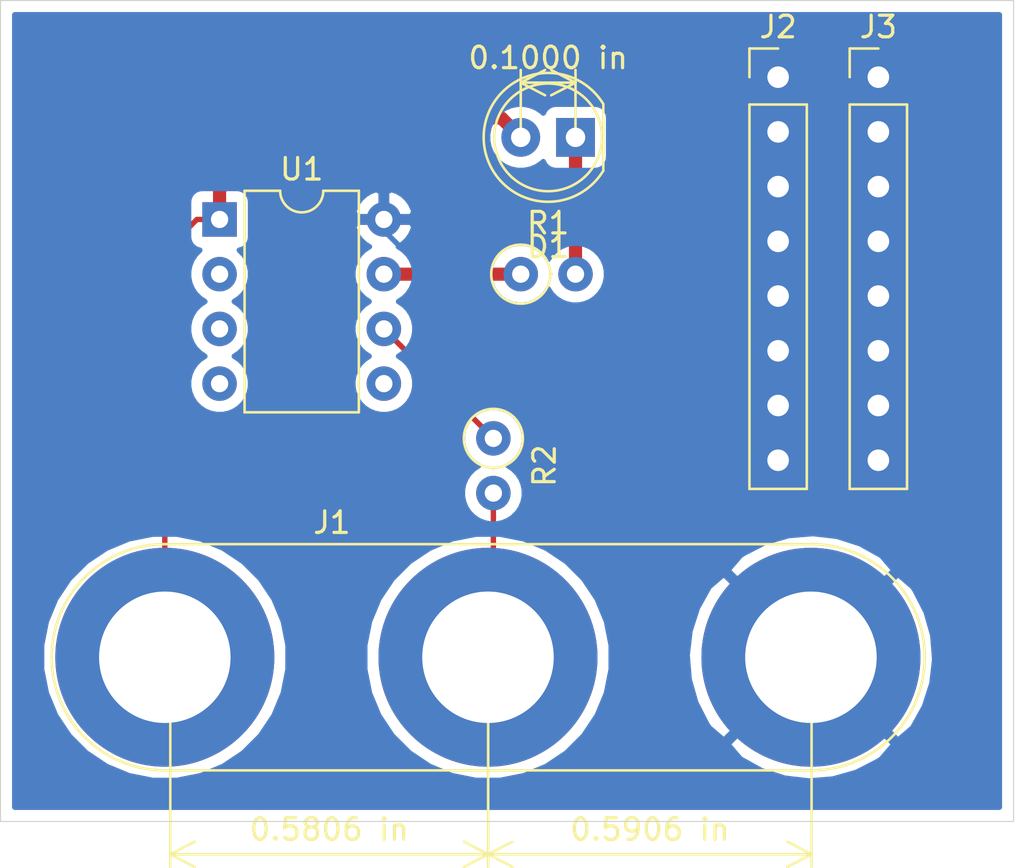
<source format=kicad_pcb>
(kicad_pcb (version 20171130) (host pcbnew "(5.1.5)-3")

  (general
    (thickness 1.6)
    (drawings 8)
    (tracks 31)
    (zones 0)
    (modules 7)
    (nets 19)
  )

  (page A4)
  (title_block
    (title test)
  )

  (layers
    (0 F.Cu signal)
    (31 B.Cu signal)
    (32 B.Adhes user)
    (33 F.Adhes user)
    (34 B.Paste user)
    (35 F.Paste user)
    (36 B.SilkS user)
    (37 F.SilkS user)
    (38 B.Mask user)
    (39 F.Mask user)
    (40 Dwgs.User user)
    (41 Cmts.User user)
    (42 Eco1.User user)
    (43 Eco2.User user)
    (44 Edge.Cuts user)
    (45 Margin user)
    (46 B.CrtYd user)
    (47 F.CrtYd user)
    (48 B.Fab user)
    (49 F.Fab user)
  )

  (setup
    (last_trace_width 0.25)
    (user_trace_width 0.2)
    (user_trace_width 0.3556)
    (trace_clearance 0.2)
    (zone_clearance 0.508)
    (zone_45_only yes)
    (trace_min 0.2)
    (via_size 0.8)
    (via_drill 0.4)
    (via_min_size 0.4)
    (via_min_drill 0.3)
    (uvia_size 0.3)
    (uvia_drill 0.1)
    (uvias_allowed no)
    (uvia_min_size 0.2)
    (uvia_min_drill 0.1)
    (edge_width 0.05)
    (segment_width 0.2)
    (pcb_text_width 0.3)
    (pcb_text_size 1.5 1.5)
    (mod_edge_width 0.12)
    (mod_text_size 1 1)
    (mod_text_width 0.15)
    (pad_size 1.524 1.524)
    (pad_drill 0.762)
    (pad_to_mask_clearance 0.051)
    (solder_mask_min_width 0.25)
    (aux_axis_origin 0 0)
    (visible_elements 7FFFFFFF)
    (pcbplotparams
      (layerselection 0x010fc_ffffffff)
      (usegerberextensions false)
      (usegerberattributes false)
      (usegerberadvancedattributes false)
      (creategerberjobfile false)
      (excludeedgelayer true)
      (linewidth 0.100000)
      (plotframeref false)
      (viasonmask false)
      (mode 1)
      (useauxorigin false)
      (hpglpennumber 1)
      (hpglpenspeed 20)
      (hpglpendiameter 15.000000)
      (psnegative false)
      (psa4output false)
      (plotreference true)
      (plotvalue true)
      (plotinvisibletext false)
      (padsonsilk false)
      (subtractmaskfromsilk false)
      (outputformat 1)
      (mirror false)
      (drillshape 0)
      (scaleselection 1)
      (outputdirectory "./"))
  )

  (net 0 "")
  (net 1 "Net-(D1-Pad1)")
  (net 2 VCC)
  (net 3 GND)
  (net 4 "Net-(J1-Pad2)")
  (net 5 "Net-(R1-Pad1)")
  (net 6 /input)
  (net 7 "Net-(U1-Pad5)")
  (net 8 "Net-(U1-Pad2)")
  (net 9 "Net-(U1-Pad3)")
  (net 10 "Net-(U1-Pad4)")
  (net 11 /a8)
  (net 12 /a7)
  (net 13 /a6)
  (net 14 /a5)
  (net 15 /a4)
  (net 16 /a3)
  (net 17 /a2)
  (net 18 /a1)

  (net_class Default 这是默认网络类。
    (clearance 0.2)
    (trace_width 0.25)
    (via_dia 0.8)
    (via_drill 0.4)
    (uvia_dia 0.3)
    (uvia_drill 0.1)
    (add_net /a1)
    (add_net /a2)
    (add_net /a3)
    (add_net /a4)
    (add_net /a5)
    (add_net /a6)
    (add_net /a7)
    (add_net /a8)
    (add_net GND)
  )

  (net_class Power ""
    (clearance 0.2)
    (trace_width 0.6096)
    (via_dia 0.8)
    (via_drill 0.4)
    (uvia_dia 0.3)
    (uvia_drill 0.1)
    (add_net /input)
    (add_net "Net-(D1-Pad1)")
    (add_net "Net-(J1-Pad2)")
    (add_net "Net-(R1-Pad1)")
    (add_net "Net-(U1-Pad2)")
    (add_net "Net-(U1-Pad3)")
    (add_net "Net-(U1-Pad4)")
    (add_net "Net-(U1-Pad5)")
    (add_net VCC)
  )

  (module Connector_PinHeader_2.54mm:PinHeader_1x08_P2.54mm_Vertical (layer F.Cu) (tedit 59FED5CC) (tstamp 5E01BC4C)
    (at 64.848 46.736)
    (descr "Through hole straight pin header, 1x08, 2.54mm pitch, single row")
    (tags "Through hole pin header THT 1x08 2.54mm single row")
    (path /5E02EA9A)
    (fp_text reference J3 (at 0 -2.33) (layer F.SilkS)
      (effects (font (size 1 1) (thickness 0.15)))
    )
    (fp_text value Conn_01x08_Male (at 0 20.11) (layer F.Fab)
      (effects (font (size 1 1) (thickness 0.15)))
    )
    (fp_text user %R (at 0 8.89 90) (layer F.Fab)
      (effects (font (size 1 1) (thickness 0.15)))
    )
    (fp_line (start 1.8 -1.8) (end -1.8 -1.8) (layer F.CrtYd) (width 0.05))
    (fp_line (start 1.8 19.55) (end 1.8 -1.8) (layer F.CrtYd) (width 0.05))
    (fp_line (start -1.8 19.55) (end 1.8 19.55) (layer F.CrtYd) (width 0.05))
    (fp_line (start -1.8 -1.8) (end -1.8 19.55) (layer F.CrtYd) (width 0.05))
    (fp_line (start -1.33 -1.33) (end 0 -1.33) (layer F.SilkS) (width 0.12))
    (fp_line (start -1.33 0) (end -1.33 -1.33) (layer F.SilkS) (width 0.12))
    (fp_line (start -1.33 1.27) (end 1.33 1.27) (layer F.SilkS) (width 0.12))
    (fp_line (start 1.33 1.27) (end 1.33 19.11) (layer F.SilkS) (width 0.12))
    (fp_line (start -1.33 1.27) (end -1.33 19.11) (layer F.SilkS) (width 0.12))
    (fp_line (start -1.33 19.11) (end 1.33 19.11) (layer F.SilkS) (width 0.12))
    (fp_line (start -1.27 -0.635) (end -0.635 -1.27) (layer F.Fab) (width 0.1))
    (fp_line (start -1.27 19.05) (end -1.27 -0.635) (layer F.Fab) (width 0.1))
    (fp_line (start 1.27 19.05) (end -1.27 19.05) (layer F.Fab) (width 0.1))
    (fp_line (start 1.27 -1.27) (end 1.27 19.05) (layer F.Fab) (width 0.1))
    (fp_line (start -0.635 -1.27) (end 1.27 -1.27) (layer F.Fab) (width 0.1))
    (pad 8 thru_hole oval (at 0 17.78) (size 1.7 1.7) (drill 1) (layers *.Cu *.Mask)
      (net 11 /a8))
    (pad 7 thru_hole oval (at 0 15.24) (size 1.7 1.7) (drill 1) (layers *.Cu *.Mask)
      (net 12 /a7))
    (pad 6 thru_hole oval (at 0 12.7) (size 1.7 1.7) (drill 1) (layers *.Cu *.Mask)
      (net 13 /a6))
    (pad 5 thru_hole oval (at 0 10.16) (size 1.7 1.7) (drill 1) (layers *.Cu *.Mask)
      (net 14 /a5))
    (pad 4 thru_hole oval (at 0 7.62) (size 1.7 1.7) (drill 1) (layers *.Cu *.Mask)
      (net 15 /a4))
    (pad 3 thru_hole oval (at 0 5.08) (size 1.7 1.7) (drill 1) (layers *.Cu *.Mask)
      (net 16 /a3))
    (pad 2 thru_hole oval (at 0 2.54) (size 1.7 1.7) (drill 1) (layers *.Cu *.Mask)
      (net 17 /a2))
    (pad 1 thru_hole rect (at 0 0) (size 1.7 1.7) (drill 1) (layers *.Cu *.Mask)
      (net 18 /a1))
    (model ${KISYS3DMOD}/Connector_PinHeader_2.54mm.3dshapes/PinHeader_1x08_P2.54mm_Vertical.wrl
      (at (xyz 0 0 0))
      (scale (xyz 1 1 1))
      (rotate (xyz 0 0 0))
    )
  )

  (module Connector_PinHeader_2.54mm:PinHeader_1x08_P2.54mm_Vertical (layer F.Cu) (tedit 59FED5CC) (tstamp 5E01BC30)
    (at 60.198 46.736)
    (descr "Through hole straight pin header, 1x08, 2.54mm pitch, single row")
    (tags "Through hole pin header THT 1x08 2.54mm single row")
    (path /5E0124DC)
    (fp_text reference J2 (at 0 -2.33) (layer F.SilkS)
      (effects (font (size 1 1) (thickness 0.15)))
    )
    (fp_text value Conn_01x08_Male (at 0 20.11) (layer F.Fab)
      (effects (font (size 1 1) (thickness 0.15)))
    )
    (fp_text user %R (at 0 8.89 90) (layer F.Fab)
      (effects (font (size 1 1) (thickness 0.15)))
    )
    (fp_line (start 1.8 -1.8) (end -1.8 -1.8) (layer F.CrtYd) (width 0.05))
    (fp_line (start 1.8 19.55) (end 1.8 -1.8) (layer F.CrtYd) (width 0.05))
    (fp_line (start -1.8 19.55) (end 1.8 19.55) (layer F.CrtYd) (width 0.05))
    (fp_line (start -1.8 -1.8) (end -1.8 19.55) (layer F.CrtYd) (width 0.05))
    (fp_line (start -1.33 -1.33) (end 0 -1.33) (layer F.SilkS) (width 0.12))
    (fp_line (start -1.33 0) (end -1.33 -1.33) (layer F.SilkS) (width 0.12))
    (fp_line (start -1.33 1.27) (end 1.33 1.27) (layer F.SilkS) (width 0.12))
    (fp_line (start 1.33 1.27) (end 1.33 19.11) (layer F.SilkS) (width 0.12))
    (fp_line (start -1.33 1.27) (end -1.33 19.11) (layer F.SilkS) (width 0.12))
    (fp_line (start -1.33 19.11) (end 1.33 19.11) (layer F.SilkS) (width 0.12))
    (fp_line (start -1.27 -0.635) (end -0.635 -1.27) (layer F.Fab) (width 0.1))
    (fp_line (start -1.27 19.05) (end -1.27 -0.635) (layer F.Fab) (width 0.1))
    (fp_line (start 1.27 19.05) (end -1.27 19.05) (layer F.Fab) (width 0.1))
    (fp_line (start 1.27 -1.27) (end 1.27 19.05) (layer F.Fab) (width 0.1))
    (fp_line (start -0.635 -1.27) (end 1.27 -1.27) (layer F.Fab) (width 0.1))
    (pad 8 thru_hole oval (at 0 17.78) (size 1.7 1.7) (drill 1) (layers *.Cu *.Mask)
      (net 11 /a8))
    (pad 7 thru_hole oval (at 0 15.24) (size 1.7 1.7) (drill 1) (layers *.Cu *.Mask)
      (net 12 /a7))
    (pad 6 thru_hole oval (at 0 12.7) (size 1.7 1.7) (drill 1) (layers *.Cu *.Mask)
      (net 13 /a6))
    (pad 5 thru_hole oval (at 0 10.16) (size 1.7 1.7) (drill 1) (layers *.Cu *.Mask)
      (net 14 /a5))
    (pad 4 thru_hole oval (at 0 7.62) (size 1.7 1.7) (drill 1) (layers *.Cu *.Mask)
      (net 15 /a4))
    (pad 3 thru_hole oval (at 0 5.08) (size 1.7 1.7) (drill 1) (layers *.Cu *.Mask)
      (net 16 /a3))
    (pad 2 thru_hole oval (at 0 2.54) (size 1.7 1.7) (drill 1) (layers *.Cu *.Mask)
      (net 17 /a2))
    (pad 1 thru_hole rect (at 0 0) (size 1.7 1.7) (drill 1) (layers *.Cu *.Mask)
      (net 18 /a1))
    (model ${KISYS3DMOD}/Connector_PinHeader_2.54mm.3dshapes/PinHeader_1x08_P2.54mm_Vertical.wrl
      (at (xyz 0 0 0))
      (scale (xyz 1 1 1))
      (rotate (xyz 0 0 0))
    )
  )

  (module LED_THT:LED_D5.0mm (layer F.Cu) (tedit 5995936A) (tstamp 5E00CC55)
    (at 50.8 49.53 180)
    (descr "LED, diameter 5.0mm, 2 pins, http://cdn-reichelt.de/documents/datenblatt/A500/LL-504BC2E-009.pdf")
    (tags "LED diameter 5.0mm 2 pins")
    (path /5E0009E2)
    (fp_text reference D1 (at 1.27 -5.08) (layer F.SilkS)
      (effects (font (size 1 1) (thickness 0.15)))
    )
    (fp_text value LED (at 1.27 3.96) (layer F.Fab)
      (effects (font (size 1 1) (thickness 0.15)))
    )
    (fp_arc (start 1.27 0) (end -1.23 -1.469694) (angle 299.1) (layer F.Fab) (width 0.1))
    (fp_arc (start 1.27 0) (end -1.29 -1.54483) (angle 148.9) (layer F.SilkS) (width 0.12))
    (fp_arc (start 1.27 0) (end -1.29 1.54483) (angle -148.9) (layer F.SilkS) (width 0.12))
    (fp_circle (center 1.27 0) (end 3.77 0) (layer F.Fab) (width 0.1))
    (fp_circle (center 1.27 0) (end 3.77 0) (layer F.SilkS) (width 0.12))
    (fp_line (start -1.23 -1.469694) (end -1.23 1.469694) (layer F.Fab) (width 0.1))
    (fp_line (start -1.29 -1.545) (end -1.29 1.545) (layer F.SilkS) (width 0.12))
    (fp_line (start -1.95 -3.25) (end -1.95 3.25) (layer F.CrtYd) (width 0.05))
    (fp_line (start -1.95 3.25) (end 4.5 3.25) (layer F.CrtYd) (width 0.05))
    (fp_line (start 4.5 3.25) (end 4.5 -3.25) (layer F.CrtYd) (width 0.05))
    (fp_line (start 4.5 -3.25) (end -1.95 -3.25) (layer F.CrtYd) (width 0.05))
    (fp_text user %R (at 1.25 0 90) (layer F.Fab)
      (effects (font (size 0.8 0.8) (thickness 0.2)))
    )
    (pad 1 thru_hole rect (at 0 0 180) (size 1.8 1.8) (drill 0.9) (layers *.Cu *.Mask)
      (net 1 "Net-(D1-Pad1)"))
    (pad 2 thru_hole circle (at 2.54 0 180) (size 1.8 1.8) (drill 0.9) (layers *.Cu *.Mask)
      (net 2 VCC))
    (model ${KISYS3DMOD}/LED_THT.3dshapes/LED_D5.0mm.wrl
      (at (xyz 0 0 0))
      (scale (xyz 1 1 1))
      (rotate (xyz 0 0 0))
    )
  )

  (module Resistor_THT:R_Axial_DIN0207_L6.3mm_D2.5mm_P2.54mm_Vertical (layer F.Cu) (tedit 5AE5139B) (tstamp 5E00CA2D)
    (at 48.26 55.88)
    (descr "Resistor, Axial_DIN0207 series, Axial, Vertical, pin pitch=2.54mm, 0.25W = 1/4W, length*diameter=6.3*2.5mm^2, http://cdn-reichelt.de/documents/datenblatt/B400/1_4W%23YAG.pdf")
    (tags "Resistor Axial_DIN0207 series Axial Vertical pin pitch 2.54mm 0.25W = 1/4W length 6.3mm diameter 2.5mm")
    (path /5DFF750C)
    (fp_text reference R1 (at 1.27 -2.37) (layer F.SilkS)
      (effects (font (size 1 1) (thickness 0.15)))
    )
    (fp_text value 1k (at 1.27 2.37) (layer F.Fab)
      (effects (font (size 1 1) (thickness 0.15)))
    )
    (fp_circle (center 0 0) (end 1.25 0) (layer F.Fab) (width 0.1))
    (fp_circle (center 0 0) (end 1.37 0) (layer F.SilkS) (width 0.12))
    (fp_line (start 0 0) (end 2.54 0) (layer F.Fab) (width 0.1))
    (fp_line (start 1.37 0) (end 1.44 0) (layer F.SilkS) (width 0.12))
    (fp_line (start -1.5 -1.5) (end -1.5 1.5) (layer F.CrtYd) (width 0.05))
    (fp_line (start -1.5 1.5) (end 3.59 1.5) (layer F.CrtYd) (width 0.05))
    (fp_line (start 3.59 1.5) (end 3.59 -1.5) (layer F.CrtYd) (width 0.05))
    (fp_line (start 3.59 -1.5) (end -1.5 -1.5) (layer F.CrtYd) (width 0.05))
    (fp_text user %R (at 1.27 -2.37) (layer F.Fab)
      (effects (font (size 1 1) (thickness 0.15)))
    )
    (pad 1 thru_hole circle (at 0 0) (size 1.6 1.6) (drill 0.8) (layers *.Cu *.Mask)
      (net 5 "Net-(R1-Pad1)"))
    (pad 2 thru_hole oval (at 2.54 0) (size 1.6 1.6) (drill 0.8) (layers *.Cu *.Mask)
      (net 1 "Net-(D1-Pad1)"))
    (model ${KISYS3DMOD}/Resistor_THT.3dshapes/R_Axial_DIN0207_L6.3mm_D2.5mm_P2.54mm_Vertical.wrl
      (at (xyz 0 0 0))
      (scale (xyz 1 1 1))
      (rotate (xyz 0 0 0))
    )
  )

  (module Connector:Banana_Jack_3Pin (layer F.Cu) (tedit 5A1AB217) (tstamp 5E00CA1E)
    (at 31.75 73.66)
    (descr "Triple banana socket, footprint - 3 x 6mm drills")
    (tags "banana socket")
    (path /5E002292)
    (fp_text reference J1 (at 7.75 -6.25) (layer F.SilkS)
      (effects (font (size 1 1) (thickness 0.15)))
    )
    (fp_text value myconn3 (at 22.5 -6.25) (layer F.Fab)
      (effects (font (size 1 1) (thickness 0.15)))
    )
    (fp_text user %R (at 14.99 0) (layer F.Fab)
      (effects (font (size 0.8 0.8) (thickness 0.12)))
    )
    (fp_line (start 30 5.5) (end 0 5.5) (layer F.CrtYd) (width 0.05))
    (fp_line (start 0 -5.5) (end 30 -5.5) (layer F.CrtYd) (width 0.05))
    (fp_line (start 0 5.25) (end 30 5.25) (layer F.SilkS) (width 0.12))
    (fp_line (start 30 -5.25) (end 0 -5.25) (layer F.SilkS) (width 0.12))
    (fp_circle (center 30 0) (end 30 -2) (layer F.Fab) (width 0.1))
    (fp_circle (center 30 0) (end 30 -4.75) (layer F.Fab) (width 0.1))
    (fp_circle (center 15 0) (end 19.75 0) (layer F.Fab) (width 0.1))
    (fp_circle (center 15 0) (end 17 0) (layer F.Fab) (width 0.1))
    (fp_circle (center 0 0) (end 4.75 0) (layer F.Fab) (width 0.1))
    (fp_circle (center 0 0) (end 2 0) (layer F.Fab) (width 0.1))
    (fp_arc (start 0 0) (end 0 5.5) (angle 180) (layer F.CrtYd) (width 0.05))
    (fp_arc (start 30 0) (end 30 -5.5) (angle 180) (layer F.CrtYd) (width 0.05))
    (fp_arc (start 30 0) (end 30 -5.25) (angle 180) (layer F.SilkS) (width 0.12))
    (fp_arc (start 0 0) (end 0 5.25) (angle 180) (layer F.SilkS) (width 0.12))
    (pad 1 thru_hole circle (at 0 0) (size 10.16 10.16) (drill 6.1) (layers *.Cu *.Mask)
      (net 2 VCC))
    (pad 3 thru_hole circle (at 29.97 0) (size 10.16 10.16) (drill 6.1) (layers *.Cu *.Mask)
      (net 3 GND))
    (pad 2 thru_hole circle (at 14.99 0) (size 10.16 10.16) (drill 6.1) (layers *.Cu *.Mask)
      (net 4 "Net-(J1-Pad2)"))
    (model ${KISYS3DMOD}/Connector.3dshapes/Banana_Jack_3Pin.wrl
      (offset (xyz 14.9999997746626 0 0))
      (scale (xyz 2 2 2))
      (rotate (xyz 0 0 0))
    )
  )

  (module Resistor_THT:R_Axial_DIN0207_L6.3mm_D2.5mm_P2.54mm_Vertical (layer F.Cu) (tedit 5AE5139B) (tstamp 5E00CA3C)
    (at 46.99 63.5 270)
    (descr "Resistor, Axial_DIN0207 series, Axial, Vertical, pin pitch=2.54mm, 0.25W = 1/4W, length*diameter=6.3*2.5mm^2, http://cdn-reichelt.de/documents/datenblatt/B400/1_4W%23YAG.pdf")
    (tags "Resistor Axial_DIN0207 series Axial Vertical pin pitch 2.54mm 0.25W = 1/4W length 6.3mm diameter 2.5mm")
    (path /5DFF9097)
    (fp_text reference R2 (at 1.27 -2.37 90) (layer F.SilkS)
      (effects (font (size 1 1) (thickness 0.15)))
    )
    (fp_text value 100 (at 1.27 2.54 90) (layer F.Fab)
      (effects (font (size 1 1) (thickness 0.15)))
    )
    (fp_text user %R (at 1.27 -2.37 90) (layer F.Fab)
      (effects (font (size 1 1) (thickness 0.15)))
    )
    (fp_line (start 3.59 -1.5) (end -1.5 -1.5) (layer F.CrtYd) (width 0.05))
    (fp_line (start 3.59 1.5) (end 3.59 -1.5) (layer F.CrtYd) (width 0.05))
    (fp_line (start -1.5 1.5) (end 3.59 1.5) (layer F.CrtYd) (width 0.05))
    (fp_line (start -1.5 -1.5) (end -1.5 1.5) (layer F.CrtYd) (width 0.05))
    (fp_line (start 1.37 0) (end 1.44 0) (layer F.SilkS) (width 0.12))
    (fp_line (start 0 0) (end 2.54 0) (layer F.Fab) (width 0.1))
    (fp_circle (center 0 0) (end 1.37 0) (layer F.SilkS) (width 0.12))
    (fp_circle (center 0 0) (end 1.25 0) (layer F.Fab) (width 0.1))
    (pad 2 thru_hole oval (at 2.54 0 270) (size 1.6 1.6) (drill 0.8) (layers *.Cu *.Mask)
      (net 4 "Net-(J1-Pad2)"))
    (pad 1 thru_hole circle (at 0 0 270) (size 1.6 1.6) (drill 0.8) (layers *.Cu *.Mask)
      (net 6 /input))
    (model ${KISYS3DMOD}/Resistor_THT.3dshapes/R_Axial_DIN0207_L6.3mm_D2.5mm_P2.54mm_Vertical.wrl
      (at (xyz 0 0 0))
      (scale (xyz 1 1 1))
      (rotate (xyz 0 0 0))
    )
  )

  (module Package_DIP:DIP-8_W7.62mm (layer F.Cu) (tedit 5A02E8C5) (tstamp 5E00CA58)
    (at 34.29 53.34)
    (descr "8-lead though-hole mounted DIP package, row spacing 7.62 mm (300 mils)")
    (tags "THT DIP DIL PDIP 2.54mm 7.62mm 300mil")
    (path /5DFFEF8E)
    (fp_text reference U1 (at 3.81 -2.33) (layer F.SilkS)
      (effects (font (size 1 1) (thickness 0.15)))
    )
    (fp_text value PIC12C508A-ISN (at 3.81 9.95) (layer F.Fab)
      (effects (font (size 1 1) (thickness 0.15)))
    )
    (fp_arc (start 3.81 -1.33) (end 2.81 -1.33) (angle -180) (layer F.SilkS) (width 0.12))
    (fp_line (start 1.635 -1.27) (end 6.985 -1.27) (layer F.Fab) (width 0.1))
    (fp_line (start 6.985 -1.27) (end 6.985 8.89) (layer F.Fab) (width 0.1))
    (fp_line (start 6.985 8.89) (end 0.635 8.89) (layer F.Fab) (width 0.1))
    (fp_line (start 0.635 8.89) (end 0.635 -0.27) (layer F.Fab) (width 0.1))
    (fp_line (start 0.635 -0.27) (end 1.635 -1.27) (layer F.Fab) (width 0.1))
    (fp_line (start 2.81 -1.33) (end 1.16 -1.33) (layer F.SilkS) (width 0.12))
    (fp_line (start 1.16 -1.33) (end 1.16 8.95) (layer F.SilkS) (width 0.12))
    (fp_line (start 1.16 8.95) (end 6.46 8.95) (layer F.SilkS) (width 0.12))
    (fp_line (start 6.46 8.95) (end 6.46 -1.33) (layer F.SilkS) (width 0.12))
    (fp_line (start 6.46 -1.33) (end 4.81 -1.33) (layer F.SilkS) (width 0.12))
    (fp_line (start -1.1 -1.55) (end -1.1 9.15) (layer F.CrtYd) (width 0.05))
    (fp_line (start -1.1 9.15) (end 8.7 9.15) (layer F.CrtYd) (width 0.05))
    (fp_line (start 8.7 9.15) (end 8.7 -1.55) (layer F.CrtYd) (width 0.05))
    (fp_line (start 8.7 -1.55) (end -1.1 -1.55) (layer F.CrtYd) (width 0.05))
    (fp_text user %R (at 3.81 3.81) (layer F.Fab)
      (effects (font (size 1 1) (thickness 0.15)))
    )
    (pad 1 thru_hole rect (at 0 0) (size 1.6 1.6) (drill 0.8) (layers *.Cu *.Mask)
      (net 2 VCC))
    (pad 5 thru_hole oval (at 7.62 7.62) (size 1.6 1.6) (drill 0.8) (layers *.Cu *.Mask)
      (net 7 "Net-(U1-Pad5)"))
    (pad 2 thru_hole oval (at 0 2.54) (size 1.6 1.6) (drill 0.8) (layers *.Cu *.Mask)
      (net 8 "Net-(U1-Pad2)"))
    (pad 6 thru_hole oval (at 7.62 5.08) (size 1.6 1.6) (drill 0.8) (layers *.Cu *.Mask)
      (net 6 /input))
    (pad 3 thru_hole oval (at 0 5.08) (size 1.6 1.6) (drill 0.8) (layers *.Cu *.Mask)
      (net 9 "Net-(U1-Pad3)"))
    (pad 7 thru_hole oval (at 7.62 2.54) (size 1.6 1.6) (drill 0.8) (layers *.Cu *.Mask)
      (net 5 "Net-(R1-Pad1)"))
    (pad 4 thru_hole oval (at 0 7.62) (size 1.6 1.6) (drill 0.8) (layers *.Cu *.Mask)
      (net 10 "Net-(U1-Pad4)"))
    (pad 8 thru_hole oval (at 7.62 0) (size 1.6 1.6) (drill 0.8) (layers *.Cu *.Mask)
      (net 3 GND))
    (model ${KISYS3DMOD}/Package_DIP.3dshapes/DIP-8_W7.62mm.wrl
      (at (xyz 0 0 0))
      (scale (xyz 1 1 1))
      (rotate (xyz 0 0 0))
    )
  )

  (dimension 2.54 (width 0.12) (layer F.SilkS)
    (gr_text "2.540 mm" (at 49.53 45.72) (layer F.SilkS)
      (effects (font (size 1 1) (thickness 0.15)))
    )
    (feature1 (pts (xy 50.8 49.53) (xy 50.8 46.403579)))
    (feature2 (pts (xy 48.26 49.53) (xy 48.26 46.403579)))
    (crossbar (pts (xy 48.26 46.99) (xy 50.8 46.99)))
    (arrow1a (pts (xy 50.8 46.99) (xy 49.673496 47.576421)))
    (arrow1b (pts (xy 50.8 46.99) (xy 49.673496 46.403579)))
    (arrow2a (pts (xy 48.26 46.99) (xy 49.386504 47.576421)))
    (arrow2b (pts (xy 48.26 46.99) (xy 49.386504 46.403579)))
  )
  (dimension 15 (width 0.12) (layer F.SilkS)
    (gr_text "15.000 mm" (at 54.25 84.074) (layer F.SilkS)
      (effects (font (size 1 1) (thickness 0.15)))
    )
    (feature1 (pts (xy 46.75 73.66) (xy 46.75 83.390421)))
    (feature2 (pts (xy 61.75 73.66) (xy 61.75 83.390421)))
    (crossbar (pts (xy 61.75 82.804) (xy 46.75 82.804)))
    (arrow1a (pts (xy 46.75 82.804) (xy 47.876504 82.217579)))
    (arrow1b (pts (xy 46.75 82.804) (xy 47.876504 83.390421)))
    (arrow2a (pts (xy 61.75 82.804) (xy 60.623496 82.217579)))
    (arrow2b (pts (xy 61.75 82.804) (xy 60.623496 83.390421)))
  )
  (dimension 14.746 (width 0.12) (layer F.SilkS)
    (gr_text "14.746 mm" (at 39.377 84.074) (layer F.SilkS)
      (effects (font (size 1 1) (thickness 0.15)))
    )
    (feature1 (pts (xy 46.75 73.66) (xy 46.75 83.390421)))
    (feature2 (pts (xy 32.004 73.66) (xy 32.004 83.390421)))
    (crossbar (pts (xy 32.004 82.804) (xy 46.75 82.804)))
    (arrow1a (pts (xy 46.75 82.804) (xy 45.623496 83.390421)))
    (arrow1b (pts (xy 46.75 82.804) (xy 45.623496 82.217579)))
    (arrow2a (pts (xy 32.004 82.804) (xy 33.130504 83.390421)))
    (arrow2b (pts (xy 32.004 82.804) (xy 33.130504 82.217579)))
  )
  (gr_line (start 24.13 43.18) (end 26.67 43.18) (layer Edge.Cuts) (width 0.05) (tstamp 5E00D441))
  (gr_line (start 24.13 81.28) (end 24.13 43.18) (layer Edge.Cuts) (width 0.05))
  (gr_line (start 71.12 81.28) (end 24.13 81.28) (layer Edge.Cuts) (width 0.05))
  (gr_line (start 71.12 43.18) (end 71.12 81.28) (layer Edge.Cuts) (width 0.05))
  (gr_line (start 26.67 43.18) (end 71.12 43.18) (layer Edge.Cuts) (width 0.05))

  (segment (start 50.8 49.53) (end 50.8 55.88) (width 0.6096) (layer F.Cu) (net 1))
  (segment (start 31.75 66.475796) (end 31.75 73.66) (width 0.25) (layer F.Cu) (net 2))
  (segment (start 33.24 53.34) (end 34.29 53.34) (width 0.25) (layer F.Cu) (net 2))
  (segment (start 31.29999 55.28001) (end 33.24 53.34) (width 0.25) (layer F.Cu) (net 2))
  (segment (start 31.29999 64.50639) (end 31.29999 55.28001) (width 0.6096) (layer F.Cu) (net 2))
  (segment (start 31.5636 64.77) (end 31.29999 64.50639) (width 0.25) (layer F.Cu) (net 2))
  (segment (start 31.75 64.77) (end 31.5636 64.77) (width 0.25) (layer F.Cu) (net 2))
  (segment (start 34.29 51.9304) (end 34.29 53.34) (width 0.6096) (layer F.Cu) (net 2))
  (segment (start 37.590399 48.630001) (end 34.29 51.9304) (width 0.6096) (layer F.Cu) (net 2))
  (segment (start 47.360001 48.630001) (end 37.590399 48.630001) (width 0.6096) (layer F.Cu) (net 2))
  (segment (start 48.26 49.53) (end 47.360001 48.630001) (width 0.6096) (layer F.Cu) (net 2))
  (segment (start 31.75 64.77) (end 31.75 66.475796) (width 0.6096) (layer F.Cu) (net 2))
  (segment (start 41.91 53.85) (end 41.91 53.34) (width 0.25) (layer B.Cu) (net 3))
  (segment (start 61.72 73.66) (end 41.91 53.85) (width 0.25) (layer B.Cu) (net 3))
  (segment (start 46.99 73.41) (end 46.74 73.66) (width 0.25) (layer F.Cu) (net 4))
  (segment (start 46.99 66.04) (end 46.99 73.41) (width 0.25) (layer F.Cu) (net 4))
  (segment (start 41.91 55.88) (end 48.26 55.88) (width 0.6096) (layer F.Cu) (net 5))
  (segment (start 42.709999 59.219999) (end 46.99 63.5) (width 0.25) (layer F.Cu) (net 6))
  (segment (start 41.91 58.42) (end 42.709999 59.219999) (width 0.25) (layer F.Cu) (net 6))
  (segment (start 60.198 64.516) (end 64.848 64.516) (width 0.25) (layer F.Cu) (net 11))
  (segment (start 61.400081 61.976) (end 64.848 61.976) (width 0.25) (layer F.Cu) (net 12))
  (segment (start 60.198 61.976) (end 61.400081 61.976) (width 0.25) (layer F.Cu) (net 12))
  (segment (start 60.198 59.436) (end 64.848 59.436) (width 0.25) (layer F.Cu) (net 13))
  (segment (start 60.198 56.896) (end 64.848 56.896) (width 0.25) (layer F.Cu) (net 14))
  (segment (start 61.400081 54.356) (end 64.848 54.356) (width 0.25) (layer F.Cu) (net 15))
  (segment (start 60.198 54.356) (end 61.400081 54.356) (width 0.25) (layer F.Cu) (net 15))
  (segment (start 61.400081 51.816) (end 64.848 51.816) (width 0.25) (layer F.Cu) (net 16))
  (segment (start 60.198 51.816) (end 61.400081 51.816) (width 0.25) (layer F.Cu) (net 16))
  (segment (start 61.400081 49.276) (end 64.848 49.276) (width 0.25) (layer F.Cu) (net 17))
  (segment (start 60.198 49.276) (end 61.400081 49.276) (width 0.25) (layer F.Cu) (net 17))
  (segment (start 60.198 46.736) (end 64.848 46.736) (width 0.25) (layer F.Cu) (net 18))

  (zone (net 3) (net_name GND) (layer B.Cu) (tstamp 5E01A59D) (hatch edge 0.508)
    (connect_pads (clearance 0.508))
    (min_thickness 0.254)
    (fill yes (arc_segments 32) (thermal_gap 0.508) (thermal_bridge_width 0.508))
    (polygon
      (pts
        (xy 71.12 81.28) (xy 24.13 81.28) (xy 24.13 43.18) (xy 71.12 43.18)
      )
    )
    (filled_polygon
      (pts
        (xy 70.460001 80.62) (xy 24.79 80.62) (xy 24.79 73.097122) (xy 26.035 73.097122) (xy 26.035 74.222878)
        (xy 26.254625 75.327004) (xy 26.685433 76.367067) (xy 27.31087 77.3031) (xy 28.1069 78.09913) (xy 29.042933 78.724567)
        (xy 30.082996 79.155375) (xy 31.187122 79.375) (xy 32.312878 79.375) (xy 33.417004 79.155375) (xy 34.457067 78.724567)
        (xy 35.3931 78.09913) (xy 36.18913 77.3031) (xy 36.814567 76.367067) (xy 37.245375 75.327004) (xy 37.465 74.222878)
        (xy 37.465 73.097122) (xy 41.025 73.097122) (xy 41.025 74.222878) (xy 41.244625 75.327004) (xy 41.675433 76.367067)
        (xy 42.30087 77.3031) (xy 43.0969 78.09913) (xy 44.032933 78.724567) (xy 45.072996 79.155375) (xy 46.177122 79.375)
        (xy 47.302878 79.375) (xy 48.407004 79.155375) (xy 49.447067 78.724567) (xy 50.3831 78.09913) (xy 50.785034 77.697196)
        (xy 57.862409 77.697196) (xy 58.448124 78.379416) (xy 59.431704 78.927045) (xy 60.503223 79.272265) (xy 61.621501 79.401808)
        (xy 62.743565 79.310697) (xy 63.826294 79.002433) (xy 64.828079 78.488863) (xy 64.991876 78.379416) (xy 65.577591 77.697196)
        (xy 61.72 73.839605) (xy 57.862409 77.697196) (xy 50.785034 77.697196) (xy 51.17913 77.3031) (xy 51.804567 76.367067)
        (xy 52.235375 75.327004) (xy 52.455 74.222878) (xy 52.455 73.561501) (xy 55.978192 73.561501) (xy 56.069303 74.683565)
        (xy 56.377567 75.766294) (xy 56.891137 76.768079) (xy 57.000584 76.931876) (xy 57.682804 77.517591) (xy 61.540395 73.66)
        (xy 61.899605 73.66) (xy 65.757196 77.517591) (xy 66.439416 76.931876) (xy 66.987045 75.948296) (xy 67.332265 74.876777)
        (xy 67.461808 73.758499) (xy 67.370697 72.636435) (xy 67.062433 71.553706) (xy 66.548863 70.551921) (xy 66.439416 70.388124)
        (xy 65.757196 69.802409) (xy 61.899605 73.66) (xy 61.540395 73.66) (xy 57.682804 69.802409) (xy 57.000584 70.388124)
        (xy 56.452955 71.371704) (xy 56.107735 72.443223) (xy 55.978192 73.561501) (xy 52.455 73.561501) (xy 52.455 73.097122)
        (xy 52.235375 71.992996) (xy 51.804567 70.952933) (xy 51.17913 70.0169) (xy 50.785034 69.622804) (xy 57.862409 69.622804)
        (xy 61.72 73.480395) (xy 65.577591 69.622804) (xy 64.991876 68.940584) (xy 64.008296 68.392955) (xy 62.936777 68.047735)
        (xy 61.818499 67.918192) (xy 60.696435 68.009303) (xy 59.613706 68.317567) (xy 58.611921 68.831137) (xy 58.448124 68.940584)
        (xy 57.862409 69.622804) (xy 50.785034 69.622804) (xy 50.3831 69.22087) (xy 49.447067 68.595433) (xy 48.407004 68.164625)
        (xy 47.302878 67.945) (xy 46.177122 67.945) (xy 45.072996 68.164625) (xy 44.032933 68.595433) (xy 43.0969 69.22087)
        (xy 42.30087 70.0169) (xy 41.675433 70.952933) (xy 41.244625 71.992996) (xy 41.025 73.097122) (xy 37.465 73.097122)
        (xy 37.245375 71.992996) (xy 36.814567 70.952933) (xy 36.18913 70.0169) (xy 35.3931 69.22087) (xy 34.457067 68.595433)
        (xy 33.417004 68.164625) (xy 32.312878 67.945) (xy 31.187122 67.945) (xy 30.082996 68.164625) (xy 29.042933 68.595433)
        (xy 28.1069 69.22087) (xy 27.31087 70.0169) (xy 26.685433 70.952933) (xy 26.254625 71.992996) (xy 26.035 73.097122)
        (xy 24.79 73.097122) (xy 24.79 63.358665) (xy 45.555 63.358665) (xy 45.555 63.641335) (xy 45.610147 63.918574)
        (xy 45.71832 64.179727) (xy 45.875363 64.414759) (xy 46.075241 64.614637) (xy 46.307759 64.77) (xy 46.075241 64.925363)
        (xy 45.875363 65.125241) (xy 45.71832 65.360273) (xy 45.610147 65.621426) (xy 45.555 65.898665) (xy 45.555 66.181335)
        (xy 45.610147 66.458574) (xy 45.71832 66.719727) (xy 45.875363 66.954759) (xy 46.075241 67.154637) (xy 46.310273 67.31168)
        (xy 46.571426 67.419853) (xy 46.848665 67.475) (xy 47.131335 67.475) (xy 47.408574 67.419853) (xy 47.669727 67.31168)
        (xy 47.904759 67.154637) (xy 48.104637 66.954759) (xy 48.26168 66.719727) (xy 48.369853 66.458574) (xy 48.425 66.181335)
        (xy 48.425 65.898665) (xy 48.369853 65.621426) (xy 48.26168 65.360273) (xy 48.104637 65.125241) (xy 47.904759 64.925363)
        (xy 47.672241 64.77) (xy 47.904759 64.614637) (xy 48.104637 64.414759) (xy 48.26168 64.179727) (xy 48.369853 63.918574)
        (xy 48.425 63.641335) (xy 48.425 63.358665) (xy 48.369853 63.081426) (xy 48.26168 62.820273) (xy 48.104637 62.585241)
        (xy 47.904759 62.385363) (xy 47.669727 62.22832) (xy 47.408574 62.120147) (xy 47.131335 62.065) (xy 46.848665 62.065)
        (xy 46.571426 62.120147) (xy 46.310273 62.22832) (xy 46.075241 62.385363) (xy 45.875363 62.585241) (xy 45.71832 62.820273)
        (xy 45.610147 63.081426) (xy 45.555 63.358665) (xy 24.79 63.358665) (xy 24.79 52.54) (xy 32.851928 52.54)
        (xy 32.851928 54.14) (xy 32.864188 54.264482) (xy 32.900498 54.38418) (xy 32.959463 54.494494) (xy 33.038815 54.591185)
        (xy 33.135506 54.670537) (xy 33.24582 54.729502) (xy 33.365518 54.765812) (xy 33.373961 54.766643) (xy 33.175363 54.965241)
        (xy 33.01832 55.200273) (xy 32.910147 55.461426) (xy 32.855 55.738665) (xy 32.855 56.021335) (xy 32.910147 56.298574)
        (xy 33.01832 56.559727) (xy 33.175363 56.794759) (xy 33.375241 56.994637) (xy 33.607759 57.15) (xy 33.375241 57.305363)
        (xy 33.175363 57.505241) (xy 33.01832 57.740273) (xy 32.910147 58.001426) (xy 32.855 58.278665) (xy 32.855 58.561335)
        (xy 32.910147 58.838574) (xy 33.01832 59.099727) (xy 33.175363 59.334759) (xy 33.375241 59.534637) (xy 33.607759 59.69)
        (xy 33.375241 59.845363) (xy 33.175363 60.045241) (xy 33.01832 60.280273) (xy 32.910147 60.541426) (xy 32.855 60.818665)
        (xy 32.855 61.101335) (xy 32.910147 61.378574) (xy 33.01832 61.639727) (xy 33.175363 61.874759) (xy 33.375241 62.074637)
        (xy 33.610273 62.23168) (xy 33.871426 62.339853) (xy 34.148665 62.395) (xy 34.431335 62.395) (xy 34.708574 62.339853)
        (xy 34.969727 62.23168) (xy 35.204759 62.074637) (xy 35.404637 61.874759) (xy 35.56168 61.639727) (xy 35.669853 61.378574)
        (xy 35.725 61.101335) (xy 35.725 60.818665) (xy 35.669853 60.541426) (xy 35.56168 60.280273) (xy 35.404637 60.045241)
        (xy 35.204759 59.845363) (xy 34.972241 59.69) (xy 35.204759 59.534637) (xy 35.404637 59.334759) (xy 35.56168 59.099727)
        (xy 35.669853 58.838574) (xy 35.725 58.561335) (xy 35.725 58.278665) (xy 35.669853 58.001426) (xy 35.56168 57.740273)
        (xy 35.404637 57.505241) (xy 35.204759 57.305363) (xy 34.972241 57.15) (xy 35.204759 56.994637) (xy 35.404637 56.794759)
        (xy 35.56168 56.559727) (xy 35.669853 56.298574) (xy 35.725 56.021335) (xy 35.725 55.738665) (xy 40.475 55.738665)
        (xy 40.475 56.021335) (xy 40.530147 56.298574) (xy 40.63832 56.559727) (xy 40.795363 56.794759) (xy 40.995241 56.994637)
        (xy 41.227759 57.15) (xy 40.995241 57.305363) (xy 40.795363 57.505241) (xy 40.63832 57.740273) (xy 40.530147 58.001426)
        (xy 40.475 58.278665) (xy 40.475 58.561335) (xy 40.530147 58.838574) (xy 40.63832 59.099727) (xy 40.795363 59.334759)
        (xy 40.995241 59.534637) (xy 41.227759 59.69) (xy 40.995241 59.845363) (xy 40.795363 60.045241) (xy 40.63832 60.280273)
        (xy 40.530147 60.541426) (xy 40.475 60.818665) (xy 40.475 61.101335) (xy 40.530147 61.378574) (xy 40.63832 61.639727)
        (xy 40.795363 61.874759) (xy 40.995241 62.074637) (xy 41.230273 62.23168) (xy 41.491426 62.339853) (xy 41.768665 62.395)
        (xy 42.051335 62.395) (xy 42.328574 62.339853) (xy 42.589727 62.23168) (xy 42.824759 62.074637) (xy 43.024637 61.874759)
        (xy 43.18168 61.639727) (xy 43.289853 61.378574) (xy 43.345 61.101335) (xy 43.345 60.818665) (xy 43.289853 60.541426)
        (xy 43.18168 60.280273) (xy 43.024637 60.045241) (xy 42.824759 59.845363) (xy 42.592241 59.69) (xy 42.824759 59.534637)
        (xy 43.024637 59.334759) (xy 43.18168 59.099727) (xy 43.289853 58.838574) (xy 43.345 58.561335) (xy 43.345 58.278665)
        (xy 43.289853 58.001426) (xy 43.18168 57.740273) (xy 43.024637 57.505241) (xy 42.824759 57.305363) (xy 42.592241 57.15)
        (xy 42.824759 56.994637) (xy 43.024637 56.794759) (xy 43.18168 56.559727) (xy 43.289853 56.298574) (xy 43.345 56.021335)
        (xy 43.345 55.738665) (xy 46.825 55.738665) (xy 46.825 56.021335) (xy 46.880147 56.298574) (xy 46.98832 56.559727)
        (xy 47.145363 56.794759) (xy 47.345241 56.994637) (xy 47.580273 57.15168) (xy 47.841426 57.259853) (xy 48.118665 57.315)
        (xy 48.401335 57.315) (xy 48.678574 57.259853) (xy 48.939727 57.15168) (xy 49.174759 56.994637) (xy 49.374637 56.794759)
        (xy 49.53 56.562241) (xy 49.685363 56.794759) (xy 49.885241 56.994637) (xy 50.120273 57.15168) (xy 50.381426 57.259853)
        (xy 50.658665 57.315) (xy 50.941335 57.315) (xy 51.218574 57.259853) (xy 51.479727 57.15168) (xy 51.714759 56.994637)
        (xy 51.914637 56.794759) (xy 52.07168 56.559727) (xy 52.179853 56.298574) (xy 52.235 56.021335) (xy 52.235 55.738665)
        (xy 52.179853 55.461426) (xy 52.07168 55.200273) (xy 51.914637 54.965241) (xy 51.714759 54.765363) (xy 51.479727 54.60832)
        (xy 51.218574 54.500147) (xy 50.941335 54.445) (xy 50.658665 54.445) (xy 50.381426 54.500147) (xy 50.120273 54.60832)
        (xy 49.885241 54.765363) (xy 49.685363 54.965241) (xy 49.53 55.197759) (xy 49.374637 54.965241) (xy 49.174759 54.765363)
        (xy 48.939727 54.60832) (xy 48.678574 54.500147) (xy 48.401335 54.445) (xy 48.118665 54.445) (xy 47.841426 54.500147)
        (xy 47.580273 54.60832) (xy 47.345241 54.765363) (xy 47.145363 54.965241) (xy 46.98832 55.200273) (xy 46.880147 55.461426)
        (xy 46.825 55.738665) (xy 43.345 55.738665) (xy 43.289853 55.461426) (xy 43.18168 55.200273) (xy 43.024637 54.965241)
        (xy 42.824759 54.765363) (xy 42.589727 54.60832) (xy 42.579135 54.603933) (xy 42.765131 54.492385) (xy 42.973519 54.303414)
        (xy 43.141037 54.07742) (xy 43.261246 53.823087) (xy 43.301904 53.689039) (xy 43.179915 53.467) (xy 42.037 53.467)
        (xy 42.037 53.487) (xy 41.783 53.487) (xy 41.783 53.467) (xy 40.640085 53.467) (xy 40.518096 53.689039)
        (xy 40.558754 53.823087) (xy 40.678963 54.07742) (xy 40.846481 54.303414) (xy 41.054869 54.492385) (xy 41.240865 54.603933)
        (xy 41.230273 54.60832) (xy 40.995241 54.765363) (xy 40.795363 54.965241) (xy 40.63832 55.200273) (xy 40.530147 55.461426)
        (xy 40.475 55.738665) (xy 35.725 55.738665) (xy 35.669853 55.461426) (xy 35.56168 55.200273) (xy 35.404637 54.965241)
        (xy 35.206039 54.766643) (xy 35.214482 54.765812) (xy 35.33418 54.729502) (xy 35.444494 54.670537) (xy 35.541185 54.591185)
        (xy 35.620537 54.494494) (xy 35.679502 54.38418) (xy 35.715812 54.264482) (xy 35.728072 54.14) (xy 35.728072 52.990961)
        (xy 40.518096 52.990961) (xy 40.640085 53.213) (xy 41.783 53.213) (xy 41.783 52.069376) (xy 42.037 52.069376)
        (xy 42.037 53.213) (xy 43.179915 53.213) (xy 43.301904 52.990961) (xy 43.261246 52.856913) (xy 43.141037 52.60258)
        (xy 42.973519 52.376586) (xy 42.765131 52.187615) (xy 42.523881 52.04293) (xy 42.25904 51.948091) (xy 42.037 52.069376)
        (xy 41.783 52.069376) (xy 41.56096 51.948091) (xy 41.296119 52.04293) (xy 41.054869 52.187615) (xy 40.846481 52.376586)
        (xy 40.678963 52.60258) (xy 40.558754 52.856913) (xy 40.518096 52.990961) (xy 35.728072 52.990961) (xy 35.728072 52.54)
        (xy 35.715812 52.415518) (xy 35.679502 52.29582) (xy 35.620537 52.185506) (xy 35.541185 52.088815) (xy 35.444494 52.009463)
        (xy 35.33418 51.950498) (xy 35.214482 51.914188) (xy 35.09 51.901928) (xy 33.49 51.901928) (xy 33.365518 51.914188)
        (xy 33.24582 51.950498) (xy 33.135506 52.009463) (xy 33.038815 52.088815) (xy 32.959463 52.185506) (xy 32.900498 52.29582)
        (xy 32.864188 52.415518) (xy 32.851928 52.54) (xy 24.79 52.54) (xy 24.79 49.378816) (xy 46.725 49.378816)
        (xy 46.725 49.681184) (xy 46.783989 49.977743) (xy 46.899701 50.257095) (xy 47.067688 50.508505) (xy 47.281495 50.722312)
        (xy 47.532905 50.890299) (xy 47.812257 51.006011) (xy 48.108816 51.065) (xy 48.411184 51.065) (xy 48.707743 51.006011)
        (xy 48.987095 50.890299) (xy 49.238505 50.722312) (xy 49.304944 50.655873) (xy 49.310498 50.67418) (xy 49.369463 50.784494)
        (xy 49.448815 50.881185) (xy 49.545506 50.960537) (xy 49.65582 51.019502) (xy 49.775518 51.055812) (xy 49.9 51.068072)
        (xy 51.7 51.068072) (xy 51.824482 51.055812) (xy 51.94418 51.019502) (xy 52.054494 50.960537) (xy 52.151185 50.881185)
        (xy 52.230537 50.784494) (xy 52.289502 50.67418) (xy 52.325812 50.554482) (xy 52.338072 50.43) (xy 52.338072 48.63)
        (xy 52.325812 48.505518) (xy 52.289502 48.38582) (xy 52.230537 48.275506) (xy 52.151185 48.178815) (xy 52.054494 48.099463)
        (xy 51.94418 48.040498) (xy 51.824482 48.004188) (xy 51.7 47.991928) (xy 49.9 47.991928) (xy 49.775518 48.004188)
        (xy 49.65582 48.040498) (xy 49.545506 48.099463) (xy 49.448815 48.178815) (xy 49.369463 48.275506) (xy 49.310498 48.38582)
        (xy 49.304944 48.404127) (xy 49.238505 48.337688) (xy 48.987095 48.169701) (xy 48.707743 48.053989) (xy 48.411184 47.995)
        (xy 48.108816 47.995) (xy 47.812257 48.053989) (xy 47.532905 48.169701) (xy 47.281495 48.337688) (xy 47.067688 48.551495)
        (xy 46.899701 48.802905) (xy 46.783989 49.082257) (xy 46.725 49.378816) (xy 24.79 49.378816) (xy 24.79 43.84)
        (xy 70.46 43.84)
      )
    )
  )
)

</source>
